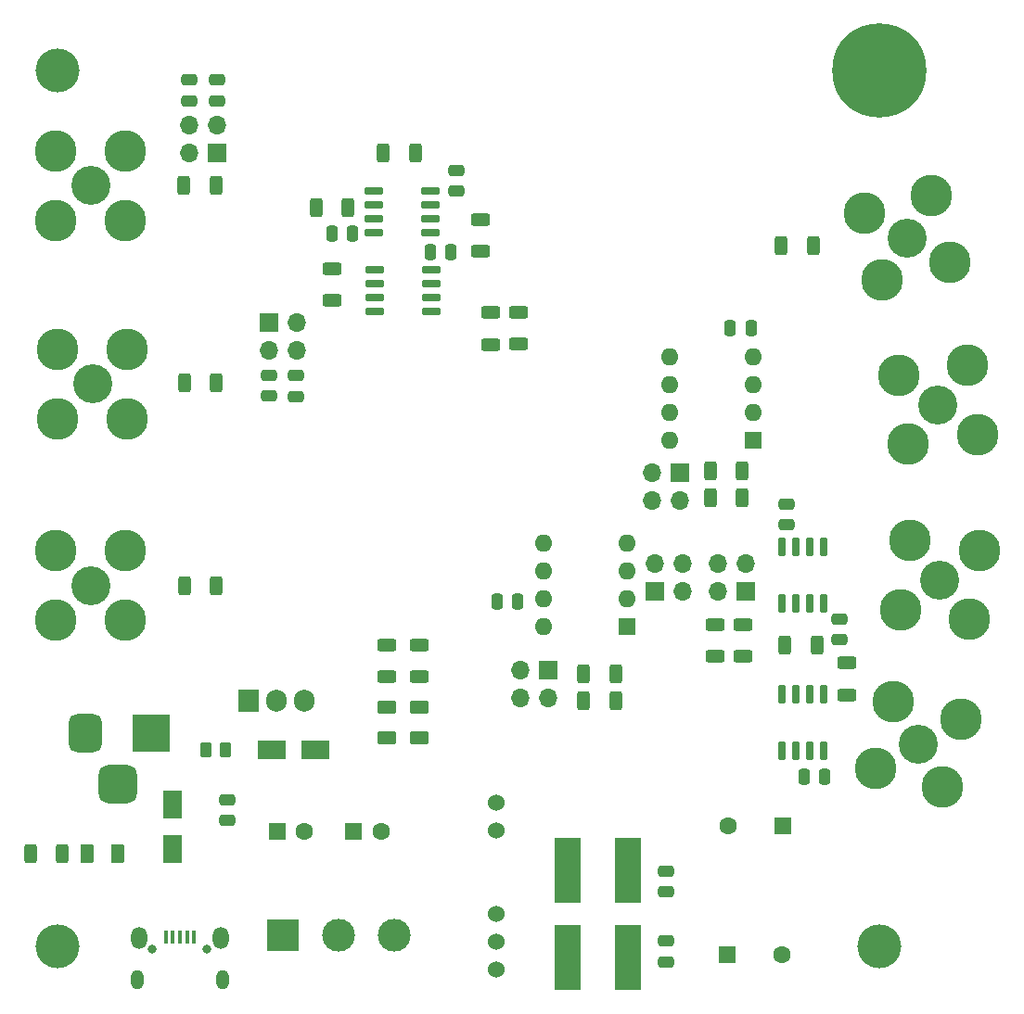
<source format=gbr>
%TF.GenerationSoftware,KiCad,Pcbnew,(6.0.0)*%
%TF.CreationDate,2022-01-09T15:16:55-05:00*%
%TF.ProjectId,Impedance_Analyzer_V2,496d7065-6461-46e6-9365-5f416e616c79,rev?*%
%TF.SameCoordinates,Original*%
%TF.FileFunction,Soldermask,Top*%
%TF.FilePolarity,Negative*%
%FSLAX46Y46*%
G04 Gerber Fmt 4.6, Leading zero omitted, Abs format (unit mm)*
G04 Created by KiCad (PCBNEW (6.0.0)) date 2022-01-09 15:16:55*
%MOMM*%
%LPD*%
G01*
G04 APERTURE LIST*
G04 Aperture macros list*
%AMRoundRect*
0 Rectangle with rounded corners*
0 $1 Rounding radius*
0 $2 $3 $4 $5 $6 $7 $8 $9 X,Y pos of 4 corners*
0 Add a 4 corners polygon primitive as box body*
4,1,4,$2,$3,$4,$5,$6,$7,$8,$9,$2,$3,0*
0 Add four circle primitives for the rounded corners*
1,1,$1+$1,$2,$3*
1,1,$1+$1,$4,$5*
1,1,$1+$1,$6,$7*
1,1,$1+$1,$8,$9*
0 Add four rect primitives between the rounded corners*
20,1,$1+$1,$2,$3,$4,$5,0*
20,1,$1+$1,$4,$5,$6,$7,0*
20,1,$1+$1,$6,$7,$8,$9,0*
20,1,$1+$1,$8,$9,$2,$3,0*%
G04 Aperture macros list end*
%ADD10R,1.700000X1.700000*%
%ADD11O,1.700000X1.700000*%
%ADD12RoundRect,0.250000X-0.475000X0.250000X-0.475000X-0.250000X0.475000X-0.250000X0.475000X0.250000X0*%
%ADD13RoundRect,0.250000X0.475000X-0.250000X0.475000X0.250000X-0.475000X0.250000X-0.475000X-0.250000X0*%
%ADD14C,3.556000*%
%ADD15C,3.810000*%
%ADD16RoundRect,0.249998X0.312502X0.625002X-0.312502X0.625002X-0.312502X-0.625002X0.312502X-0.625002X0*%
%ADD17RoundRect,0.249998X-0.312502X-0.625002X0.312502X-0.625002X0.312502X0.625002X-0.312502X0.625002X0*%
%ADD18R,1.600000X1.600000*%
%ADD19O,1.600000X1.600000*%
%ADD20C,1.600000*%
%ADD21R,2.500000X1.800000*%
%ADD22R,1.800000X2.500000*%
%ADD23RoundRect,0.249998X0.262502X0.450002X-0.262502X0.450002X-0.262502X-0.450002X0.262502X-0.450002X0*%
%ADD24R,3.500000X3.500000*%
%ADD25RoundRect,0.750000X-0.750000X-1.000000X0.750000X-1.000000X0.750000X1.000000X-0.750000X1.000000X0*%
%ADD26RoundRect,0.875000X-0.875000X-0.875000X0.875000X-0.875000X0.875000X0.875000X-0.875000X0.875000X0*%
%ADD27O,0.800000X0.800000*%
%ADD28R,0.450000X1.300000*%
%ADD29O,1.150000X1.800000*%
%ADD30O,1.450000X2.000000*%
%ADD31RoundRect,0.250000X-0.375000X-0.625000X0.375000X-0.625000X0.375000X0.625000X-0.375000X0.625000X0*%
%ADD32R,1.905000X2.000000*%
%ADD33O,1.905000X2.000000*%
%ADD34RoundRect,0.249998X-0.625002X0.312502X-0.625002X-0.312502X0.625002X-0.312502X0.625002X0.312502X0*%
%ADD35RoundRect,0.249998X0.625002X-0.312502X0.625002X0.312502X-0.625002X0.312502X-0.625002X-0.312502X0*%
%ADD36RoundRect,0.150000X-0.725000X-0.150000X0.725000X-0.150000X0.725000X0.150000X-0.725000X0.150000X0*%
%ADD37RoundRect,0.250000X0.250000X0.475000X-0.250000X0.475000X-0.250000X-0.475000X0.250000X-0.475000X0*%
%ADD38RoundRect,0.250000X-0.250000X-0.475000X0.250000X-0.475000X0.250000X0.475000X-0.250000X0.475000X0*%
%ADD39RoundRect,0.250000X0.625000X-0.375000X0.625000X0.375000X-0.625000X0.375000X-0.625000X-0.375000X0*%
%ADD40RoundRect,0.250000X-0.625000X0.375000X-0.625000X-0.375000X0.625000X-0.375000X0.625000X0.375000X0*%
%ADD41C,8.600000*%
%ADD42C,4.000000*%
%ADD43RoundRect,0.150000X0.150000X-0.725000X0.150000X0.725000X-0.150000X0.725000X-0.150000X-0.725000X0*%
%ADD44RoundRect,0.249999X-0.312501X-0.625001X0.312501X-0.625001X0.312501X0.625001X-0.312501X0.625001X0*%
%ADD45RoundRect,0.249999X-0.625001X0.312501X-0.625001X-0.312501X0.625001X-0.312501X0.625001X0.312501X0*%
%ADD46RoundRect,0.150000X-0.150000X0.725000X-0.150000X-0.725000X0.150000X-0.725000X0.150000X0.725000X0*%
%ADD47R,3.000000X3.000000*%
%ADD48C,3.000000*%
%ADD49R,2.450000X5.900000*%
%ADD50C,1.524000*%
%ADD51RoundRect,0.250000X0.312500X0.625000X-0.312500X0.625000X-0.312500X-0.625000X0.312500X-0.625000X0*%
%ADD52RoundRect,0.250000X0.625000X-0.312500X0.625000X0.312500X-0.625000X0.312500X-0.625000X-0.312500X0*%
%ADD53RoundRect,0.250000X-0.625000X0.312500X-0.625000X-0.312500X0.625000X-0.312500X0.625000X0.312500X0*%
%ADD54RoundRect,0.250000X-0.312500X-0.625000X0.312500X-0.625000X0.312500X0.625000X-0.312500X0.625000X0*%
G04 APERTURE END LIST*
D10*
%TO.C,J16*%
X94225000Y-80475000D03*
D11*
X96765000Y-80475000D03*
X94225000Y-83015000D03*
X96765000Y-83015000D03*
%TD*%
D10*
%TO.C,J15*%
X89540000Y-65040000D03*
D11*
X87000000Y-65040000D03*
X89540000Y-62500000D03*
X87000000Y-62500000D03*
%TD*%
D12*
%TO.C,C25*%
X94250000Y-85300000D03*
X94250000Y-87200000D03*
%TD*%
D13*
%TO.C,C16*%
X89500000Y-60250000D03*
X89500000Y-58350000D03*
%TD*%
D14*
%TO.C,J2*%
X78175000Y-86125000D03*
D15*
X75000000Y-82950000D03*
X81350000Y-89300000D03*
X75000000Y-89300000D03*
X81350000Y-82950000D03*
%TD*%
D14*
%TO.C,J6*%
X152500000Y-72750000D03*
D15*
X150254936Y-76638565D03*
X156388565Y-74995064D03*
X148611435Y-70504936D03*
X154745064Y-68861435D03*
%TD*%
D14*
%TO.C,J7*%
X153500000Y-119000000D03*
D15*
X151254936Y-115111435D03*
X149611435Y-121245064D03*
X155745064Y-122888565D03*
X157388565Y-116754936D03*
%TD*%
D16*
%TO.C,R5*%
X89462500Y-104500000D03*
X86537500Y-104500000D03*
%TD*%
%TO.C,R6*%
X89462500Y-86000000D03*
X86537500Y-86000000D03*
%TD*%
D17*
%TO.C,R7*%
X122987500Y-115050000D03*
X125912500Y-115050000D03*
%TD*%
D16*
%TO.C,R8*%
X137462500Y-96500000D03*
X134537500Y-96500000D03*
%TD*%
D18*
%TO.C,U3*%
X126950000Y-108300000D03*
D19*
X126950000Y-105760000D03*
X126950000Y-103220000D03*
X126950000Y-100680000D03*
X119330000Y-100680000D03*
X119330000Y-103220000D03*
X119330000Y-105760000D03*
X119330000Y-108300000D03*
%TD*%
D14*
%TO.C,J5*%
X155500000Y-104000000D03*
D15*
X159085976Y-101297773D03*
X158202227Y-107585976D03*
X151914024Y-106702227D03*
X152797773Y-100414024D03*
%TD*%
D14*
%TO.C,J4*%
X155325000Y-88000000D03*
D15*
X158027227Y-84414024D03*
X152622773Y-91585976D03*
X151739024Y-85297773D03*
X158910976Y-90702227D03*
%TD*%
D18*
%TO.C,U4*%
X138500000Y-91250000D03*
D19*
X138500000Y-88710000D03*
X138500000Y-86170000D03*
X138500000Y-83630000D03*
X130880000Y-83630000D03*
X130880000Y-86170000D03*
X130880000Y-88710000D03*
X130880000Y-91250000D03*
%TD*%
D18*
%TO.C,C4*%
X95000000Y-127000000D03*
D20*
X97500000Y-127000000D03*
%TD*%
D12*
%TO.C,C5*%
X90450000Y-124100000D03*
X90450000Y-126000000D03*
%TD*%
D21*
%TO.C,D1*%
X98500000Y-119500000D03*
X94500000Y-119500000D03*
%TD*%
D22*
%TO.C,D2*%
X85450000Y-124550000D03*
X85450000Y-128550000D03*
%TD*%
D23*
%TO.C,FB1*%
X90325000Y-119500000D03*
X88500000Y-119500000D03*
%TD*%
D24*
%TO.C,J8*%
X83500000Y-118000000D03*
D25*
X77500000Y-118000000D03*
D26*
X80500000Y-122700000D03*
%TD*%
D27*
%TO.C,J9*%
X88625000Y-137750000D03*
X83625000Y-137750000D03*
D28*
X84825000Y-136650000D03*
X85475000Y-136650000D03*
X86125000Y-136650000D03*
X86775000Y-136650000D03*
X87425000Y-136650000D03*
D29*
X82250000Y-140500000D03*
X90000000Y-140500000D03*
D30*
X82400000Y-136700000D03*
X89850000Y-136700000D03*
%TD*%
D18*
%TO.C,C6*%
X102000000Y-127000000D03*
D20*
X104500000Y-127000000D03*
%TD*%
D31*
%TO.C,D3*%
X77700000Y-129000000D03*
X80500000Y-129000000D03*
%TD*%
D16*
%TO.C,R13*%
X75425000Y-129000000D03*
X72500000Y-129000000D03*
%TD*%
D32*
%TO.C,U5*%
X92420000Y-115000000D03*
D33*
X94960000Y-115000000D03*
X97500000Y-115000000D03*
%TD*%
D18*
%TO.C,C7*%
X141152651Y-126500000D03*
D20*
X136152651Y-126500000D03*
%TD*%
D18*
%TO.C,C9*%
X136097349Y-138250000D03*
D20*
X141097349Y-138250000D03*
%TD*%
D34*
%TO.C,R3*%
X114500000Y-79575000D03*
X114500000Y-82500000D03*
%TD*%
D35*
%TO.C,R2*%
X117000000Y-82462500D03*
X117000000Y-79537500D03*
%TD*%
D12*
%TO.C,C1*%
X96750000Y-87250000D03*
X96750000Y-85350000D03*
%TD*%
D35*
%TO.C,R1*%
X100000000Y-78500000D03*
X100000000Y-75575000D03*
%TD*%
D36*
%TO.C,U1*%
X103950000Y-75660000D03*
X103950000Y-76930000D03*
X103950000Y-78200000D03*
X103950000Y-79470000D03*
X109100000Y-79470000D03*
X109100000Y-78200000D03*
X109100000Y-76930000D03*
X109100000Y-75660000D03*
%TD*%
D37*
%TO.C,C14*%
X101900000Y-72400000D03*
X100000000Y-72400000D03*
%TD*%
%TO.C,C17*%
X116950000Y-106000000D03*
X115050000Y-106000000D03*
%TD*%
D38*
%TO.C,C19*%
X109000000Y-74100000D03*
X110900000Y-74100000D03*
%TD*%
D39*
%TO.C,D4*%
X108000000Y-118400000D03*
X108000000Y-115600000D03*
%TD*%
D40*
%TO.C,D5*%
X105000000Y-115600000D03*
X105000000Y-118400000D03*
%TD*%
D35*
%TO.C,R19*%
X108000000Y-112852500D03*
X108000000Y-109927500D03*
%TD*%
%TO.C,R20*%
X105000000Y-112852500D03*
X105000000Y-109927500D03*
%TD*%
D41*
%TO.C,H1*%
X150000000Y-57500000D03*
%TD*%
D42*
%TO.C,H2*%
X75000000Y-137500000D03*
%TD*%
%TO.C,H4*%
X150000000Y-137500000D03*
%TD*%
%TO.C,H3*%
X75000000Y-57500000D03*
%TD*%
D13*
%TO.C,C22*%
X141500000Y-98950000D03*
X141500000Y-97050000D03*
%TD*%
D37*
%TO.C,C23*%
X138250000Y-81000000D03*
X136350000Y-81000000D03*
%TD*%
D13*
%TO.C,C24*%
X111400000Y-68500000D03*
X111400000Y-66600000D03*
%TD*%
D16*
%TO.C,R9*%
X143962500Y-73500000D03*
X141037500Y-73500000D03*
%TD*%
D14*
%TO.C,J1*%
X78000000Y-68000000D03*
D15*
X74825000Y-64825000D03*
X81175000Y-64825000D03*
X81175000Y-71175000D03*
X74825000Y-71175000D03*
%TD*%
D36*
%TO.C,BUF1*%
X103825000Y-68495000D03*
X103825000Y-69765000D03*
X103825000Y-71035000D03*
X103825000Y-72305000D03*
X108975000Y-72305000D03*
X108975000Y-71035000D03*
X108975000Y-69765000D03*
X108975000Y-68495000D03*
%TD*%
D43*
%TO.C,BUF2*%
X141095000Y-106125000D03*
X142365000Y-106125000D03*
X143635000Y-106125000D03*
X144905000Y-106125000D03*
X144905000Y-100975000D03*
X143635000Y-100975000D03*
X142365000Y-100975000D03*
X141095000Y-100975000D03*
%TD*%
D44*
%TO.C,R4*%
X104675000Y-65000000D03*
X107600000Y-65000000D03*
%TD*%
D45*
%TO.C,R10*%
X113600000Y-71075000D03*
X113600000Y-74000000D03*
%TD*%
%TO.C,R18*%
X135000000Y-108075000D03*
X135000000Y-111000000D03*
%TD*%
D44*
%TO.C,R21*%
X141365000Y-109975000D03*
X144290000Y-109975000D03*
%TD*%
D46*
%TO.C,U2*%
X144905000Y-114425000D03*
X143635000Y-114425000D03*
X142365000Y-114425000D03*
X141095000Y-114425000D03*
X141095000Y-119575000D03*
X142365000Y-119575000D03*
X143635000Y-119575000D03*
X144905000Y-119575000D03*
%TD*%
D37*
%TO.C,C3*%
X145000000Y-122000000D03*
X143100000Y-122000000D03*
%TD*%
D47*
%TO.C,J11*%
X95500000Y-136500000D03*
D48*
X100580000Y-136500000D03*
X105660000Y-136500000D03*
%TD*%
D13*
%TO.C,C10*%
X130500000Y-138900000D03*
X130500000Y-137000000D03*
%TD*%
D49*
%TO.C,L2*%
X127050000Y-130500000D03*
X121500000Y-130500000D03*
%TD*%
D50*
%TO.C,Reg1*%
X115000000Y-124380000D03*
X115000000Y-126920000D03*
X115000000Y-134540000D03*
X115000000Y-137080000D03*
X115000000Y-139620000D03*
%TD*%
D12*
%TO.C,C8*%
X130500000Y-130600000D03*
X130500000Y-132500000D03*
%TD*%
D49*
%TO.C,L1*%
X127050000Y-138500000D03*
X121500000Y-138500000D03*
%TD*%
D12*
%TO.C,C18*%
X146365000Y-107575000D03*
X146365000Y-109475000D03*
%TD*%
D51*
%TO.C,R22*%
X89425000Y-68000000D03*
X86500000Y-68000000D03*
%TD*%
D52*
%TO.C,R17*%
X147000000Y-114500000D03*
X147000000Y-111575000D03*
%TD*%
D13*
%TO.C,C15*%
X87000000Y-58350000D03*
X87000000Y-60250000D03*
%TD*%
D53*
%TO.C,R14*%
X137500000Y-108075000D03*
X137500000Y-111000000D03*
%TD*%
D10*
%TO.C,J13*%
X129500000Y-105040000D03*
D11*
X129500000Y-102500000D03*
X132040000Y-105040000D03*
X132040000Y-102500000D03*
%TD*%
D10*
%TO.C,J10*%
X119725000Y-112275000D03*
D11*
X119725000Y-114815000D03*
X117185000Y-112275000D03*
X117185000Y-114815000D03*
%TD*%
D14*
%TO.C,J3*%
X78000000Y-104500000D03*
D15*
X81175000Y-101325000D03*
X74825000Y-107675000D03*
X74825000Y-101325000D03*
X81175000Y-107675000D03*
%TD*%
D54*
%TO.C,R15*%
X98575000Y-70000000D03*
X101500000Y-70000000D03*
%TD*%
D10*
%TO.C,J12*%
X131775000Y-94225000D03*
D11*
X131775000Y-96765000D03*
X129235000Y-94225000D03*
X129235000Y-96765000D03*
%TD*%
D51*
%TO.C,R11*%
X125912500Y-112550000D03*
X122987500Y-112550000D03*
%TD*%
%TO.C,R12*%
X137462500Y-94000000D03*
X134537500Y-94000000D03*
%TD*%
D10*
%TO.C,J14*%
X137775000Y-105040000D03*
D11*
X135235000Y-105040000D03*
X137775000Y-102500000D03*
X135235000Y-102500000D03*
%TD*%
M02*

</source>
